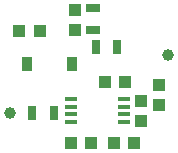
<source format=gbr>
G04 #@! TF.FileFunction,Paste,Top*
%FSLAX46Y46*%
G04 Gerber Fmt 4.6, Leading zero omitted, Abs format (unit mm)*
G04 Created by KiCad (PCBNEW 4.0.6) date 07/21/17 14:00:03*
%MOMM*%
%LPD*%
G01*
G04 APERTURE LIST*
%ADD10C,0.100000*%
%ADD11R,1.198880X0.797560*%
%ADD12R,1.099820X0.398780*%
%ADD13R,0.797560X1.198880*%
%ADD14R,0.998220X0.998220*%
%ADD15C,0.998220*%
%ADD16R,0.899160X1.297940*%
%ADD17R,1.099820X0.998220*%
%ADD18R,0.998220X1.099820*%
G04 APERTURE END LIST*
D10*
D11*
X71374000Y-74813160D03*
X71374000Y-73014840D03*
D12*
X69507100Y-80688180D03*
X69507100Y-81338420D03*
X69507100Y-81983580D03*
X69507100Y-82633820D03*
X74002900Y-82633820D03*
X74002900Y-81983580D03*
X74002900Y-81338420D03*
X74002900Y-80688180D03*
D13*
X68072000Y-81915000D03*
X66273680Y-81915000D03*
X73416160Y-76327000D03*
X71617840Y-76327000D03*
D14*
X65163700Y-74930000D03*
X66916300Y-74930000D03*
D15*
X77724000Y-76962000D03*
X64389000Y-81915000D03*
D16*
X65791080Y-77724000D03*
X69590920Y-77724000D03*
D17*
X69509640Y-84455000D03*
X71206360Y-84455000D03*
X74127360Y-79248000D03*
X72430640Y-79248000D03*
D18*
X75438000Y-82595720D03*
X75438000Y-80899000D03*
D17*
X73152000Y-84455000D03*
X74848720Y-84455000D03*
D18*
X76962000Y-81198720D03*
X76962000Y-79502000D03*
X69850000Y-73192640D03*
X69850000Y-74889360D03*
M02*

</source>
